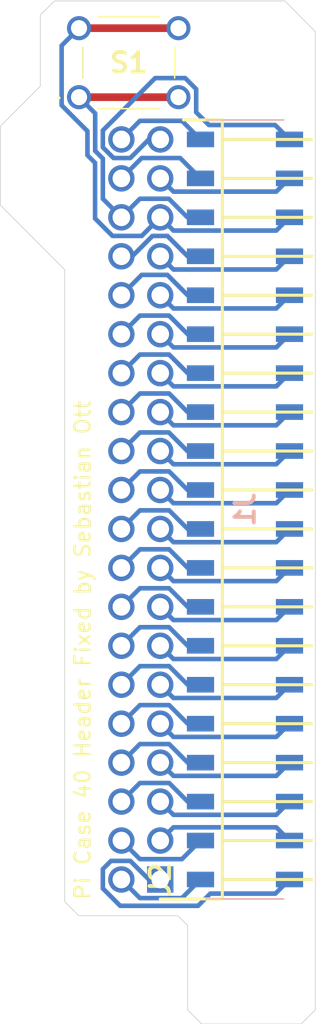
<source format=kicad_pcb>
(kicad_pcb (version 20171130) (host pcbnew "(5.1.9)-1")

  (general
    (thickness 1.6)
    (drawings 19)
    (tracks 169)
    (zones 0)
    (modules 6)
    (nets 41)
  )

  (page A4)
  (layers
    (0 F.Cu signal)
    (31 B.Cu signal)
    (32 B.Adhes user)
    (33 F.Adhes user)
    (34 B.Paste user)
    (35 F.Paste user)
    (36 B.SilkS user)
    (37 F.SilkS user)
    (38 B.Mask user)
    (39 F.Mask user)
    (40 Dwgs.User user hide)
    (41 Cmts.User user)
    (42 Eco1.User user)
    (43 Eco2.User user)
    (44 Edge.Cuts user)
    (45 Margin user)
    (46 B.CrtYd user hide)
    (47 F.CrtYd user hide)
    (48 B.Fab user)
    (49 F.Fab user hide)
  )

  (setup
    (last_trace_width 0.3)
    (trace_clearance 0.2)
    (zone_clearance 0.508)
    (zone_45_only no)
    (trace_min 0.2)
    (via_size 0.8)
    (via_drill 0.4)
    (via_min_size 0.4)
    (via_min_drill 0.3)
    (uvia_size 0.3)
    (uvia_drill 0.1)
    (uvias_allowed no)
    (uvia_min_size 0.2)
    (uvia_min_drill 0.1)
    (edge_width 0.05)
    (segment_width 0.2)
    (pcb_text_width 0.3)
    (pcb_text_size 1.5 1.5)
    (mod_edge_width 0.12)
    (mod_text_size 1 1)
    (mod_text_width 0.15)
    (pad_size 1.524 1.524)
    (pad_drill 0.762)
    (pad_to_mask_clearance 0)
    (aux_axis_origin 0 0)
    (visible_elements 7FFFFFFF)
    (pcbplotparams
      (layerselection 0x010fc_ffffffff)
      (usegerberextensions false)
      (usegerberattributes true)
      (usegerberadvancedattributes true)
      (creategerberjobfile true)
      (excludeedgelayer true)
      (linewidth 0.100000)
      (plotframeref false)
      (viasonmask false)
      (mode 1)
      (useauxorigin false)
      (hpglpennumber 1)
      (hpglpenspeed 20)
      (hpglpendiameter 15.000000)
      (psnegative false)
      (psa4output false)
      (plotreference true)
      (plotvalue true)
      (plotinvisibletext false)
      (padsonsilk false)
      (subtractmaskfromsilk false)
      (outputformat 1)
      (mirror false)
      (drillshape 1)
      (scaleselection 1)
      (outputdirectory ""))
  )

  (net 0 "")
  (net 1 /P4)
  (net 2 /P2)
  (net 3 /P39)
  (net 4 /P40)
  (net 5 /P37)
  (net 6 /P38)
  (net 7 /P35)
  (net 8 /P36)
  (net 9 /P33)
  (net 10 /P34)
  (net 11 /P31)
  (net 12 /P32)
  (net 13 /P29)
  (net 14 /P30)
  (net 15 /P27)
  (net 16 /P28)
  (net 17 /P25)
  (net 18 /P26)
  (net 19 /P23)
  (net 20 /P24)
  (net 21 /P21)
  (net 22 /P22)
  (net 23 /P19)
  (net 24 /P20)
  (net 25 /P17)
  (net 26 /P18)
  (net 27 /P15)
  (net 28 /P16)
  (net 29 /P13)
  (net 30 /P14)
  (net 31 /P11)
  (net 32 /P12)
  (net 33 /P9)
  (net 34 /P10)
  (net 35 /P7)
  (net 36 /P8)
  (net 37 /P6)
  (net 38 /P3)
  (net 39 /P1)
  (net 40 /P5)

  (net_class Default "This is the default net class."
    (clearance 0.2)
    (trace_width 0.3)
    (via_dia 0.8)
    (via_drill 0.4)
    (uvia_dia 0.3)
    (uvia_drill 0.1)
    (add_net /P1)
    (add_net /P10)
    (add_net /P11)
    (add_net /P12)
    (add_net /P13)
    (add_net /P14)
    (add_net /P15)
    (add_net /P16)
    (add_net /P17)
    (add_net /P18)
    (add_net /P19)
    (add_net /P2)
    (add_net /P20)
    (add_net /P21)
    (add_net /P22)
    (add_net /P23)
    (add_net /P24)
    (add_net /P25)
    (add_net /P26)
    (add_net /P27)
    (add_net /P28)
    (add_net /P29)
    (add_net /P3)
    (add_net /P30)
    (add_net /P31)
    (add_net /P32)
    (add_net /P33)
    (add_net /P34)
    (add_net /P35)
    (add_net /P36)
    (add_net /P37)
    (add_net /P38)
    (add_net /P39)
    (add_net /P4)
    (add_net /P40)
    (add_net /P5)
    (add_net /P6)
    (add_net /P7)
    (add_net /P8)
    (add_net /P9)
  )

  (net_class Defold ""
    (clearance 0.2)
    (trace_width 0.25)
    (via_dia 0.8)
    (via_drill 0.4)
    (uvia_dia 0.3)
    (uvia_drill 0.1)
  )

  (module SamacSys_Parts:TL1105GF160Q (layer F.Cu) (tedit 0) (tstamp 5FEF6DDC)
    (at 183.7912 44.7146)
    (descr TL1105GF160Q-1)
    (tags Switch)
    (path /5FEFFDDD)
    (fp_text reference S1 (at 0 0) (layer F.SilkS)
      (effects (font (size 1.27 1.27) (thickness 0.254)))
    )
    (fp_text value TL1105GF160Q (at 0 0) (layer F.SilkS) hide
      (effects (font (size 1.27 1.27) (thickness 0.254)))
    )
    (fp_line (start -4.6 2.3) (end -4.6 2.3) (layer F.SilkS) (width 0.1))
    (fp_line (start -4.5 2.3) (end -4.5 2.3) (layer F.SilkS) (width 0.1))
    (fp_line (start -2 -3) (end 2 -3) (layer F.SilkS) (width 0.1))
    (fp_line (start 3 -1) (end 3 1) (layer F.SilkS) (width 0.1))
    (fp_line (start -2 3) (end 2 3) (layer F.SilkS) (width 0.1))
    (fp_line (start -3 -1) (end -3 1) (layer F.SilkS) (width 0.1))
    (fp_line (start -5.037 4.037) (end -5.037 -4.037) (layer F.CrtYd) (width 0.1))
    (fp_line (start 5.037 4.037) (end -5.037 4.037) (layer F.CrtYd) (width 0.1))
    (fp_line (start 5.037 -4.037) (end 5.037 4.037) (layer F.CrtYd) (width 0.1))
    (fp_line (start -5.037 -4.037) (end 5.037 -4.037) (layer F.CrtYd) (width 0.1))
    (fp_line (start -3 3) (end -3 -3) (layer F.Fab) (width 0.2))
    (fp_line (start 3 3) (end -3 3) (layer F.Fab) (width 0.2))
    (fp_line (start 3 -3) (end 3 3) (layer F.Fab) (width 0.2))
    (fp_line (start -3 -3) (end 3 -3) (layer F.Fab) (width 0.2))
    (fp_text user %R (at 0 0) (layer F.Fab)
      (effects (font (size 1.27 1.27) (thickness 0.254)))
    )
    (fp_arc (start -4.55 2.3) (end -4.5 2.3) (angle -180) (layer F.SilkS) (width 0.1))
    (fp_arc (start -4.55 2.3) (end -4.6 2.3) (angle -180) (layer F.SilkS) (width 0.1))
    (pad 1 thru_hole circle (at -3.25 2.25) (size 1.575 1.575) (drill 1.05) (layers *.Cu *.Mask)
      (net 40 /P5))
    (pad 2 thru_hole circle (at 3.25 2.25) (size 1.575 1.575) (drill 1.05) (layers *.Cu *.Mask)
      (net 40 /P5))
    (pad 3 thru_hole circle (at -3.25 -2.25) (size 1.575 1.575) (drill 1.05) (layers *.Cu *.Mask)
      (net 37 /P6))
    (pad 4 thru_hole circle (at 3.25 -2.25) (size 1.575 1.575) (drill 1.05) (layers *.Cu *.Mask)
      (net 37 /P6))
    (model ${KIPRJMOD}/shapes3D/TL1105GF160Q.stp
      (at (xyz 0 0 0))
      (scale (xyz 1 1 1))
      (rotate (xyz 0 0 0))
    )
  )

  (module Mounting_Holes:MountingHole_3mm (layer F.Cu) (tedit 56D1B4CB) (tstamp 5FEFBE9C)
    (at 178.9 51.85)
    (descr "Mounting Hole 3mm, no annular")
    (tags "mounting hole 3mm no annular")
    (attr virtual)
    (fp_text reference REF** (at 0 -4) (layer F.SilkS) hide
      (effects (font (size 1 1) (thickness 0.15)))
    )
    (fp_text value MountingHole_3mm (at 0 4) (layer F.Fab)
      (effects (font (size 1 1) (thickness 0.15)))
    )
    (fp_circle (center 0 0) (end 3.25 0) (layer F.CrtYd) (width 0.05))
    (fp_circle (center 0 0) (end 3 0) (layer Cmts.User) (width 0.15))
    (fp_text user %R (at 0.3 0) (layer F.Fab)
      (effects (font (size 1 1) (thickness 0.15)))
    )
    (pad 1 np_thru_hole circle (at 0 0) (size 3 3) (drill 3) (layers *.Cu *.Mask))
  )

  (module Mounting_Holes:MountingHole_4.3mm_M4_ISO14580 (layer F.Cu) (tedit 56D1B4CB) (tstamp 5FEFBE56)
    (at 191.4 102.85)
    (descr "Mounting Hole 4.3mm, no annular, M4, ISO14580")
    (tags "mounting hole 4.3mm no annular m4 iso14580")
    (attr virtual)
    (fp_text reference REF** (at 0 -4.5) (layer F.SilkS) hide
      (effects (font (size 1 1) (thickness 0.15)))
    )
    (fp_text value MountingHole_4.3mm_M4_ISO14580 (at 0 4.5) (layer F.Fab)
      (effects (font (size 1 1) (thickness 0.15)))
    )
    (fp_circle (center 0 0) (end 3.75 0) (layer F.CrtYd) (width 0.05))
    (fp_circle (center 0 0) (end 3.5 0) (layer Cmts.User) (width 0.15))
    (fp_text user %R (at 0.3 0) (layer F.Fab)
      (effects (font (size 1 1) (thickness 0.15)))
    )
    (pad 1 np_thru_hole circle (at 0 0) (size 4.3 4.3) (drill 4.3) (layers *.Cu *.Mask))
  )

  (module Mounting_Holes:MountingHole_4.3mm_M4_ISO14580 (layer F.Cu) (tedit 56D1B4CB) (tstamp 5FEFBE49)
    (at 191.4 44.85)
    (descr "Mounting Hole 4.3mm, no annular, M4, ISO14580")
    (tags "mounting hole 4.3mm no annular m4 iso14580")
    (attr virtual)
    (fp_text reference REF** (at 0 -4.5) (layer F.SilkS) hide
      (effects (font (size 1 1) (thickness 0.15)))
    )
    (fp_text value MountingHole_4.3mm_M4_ISO14580 (at 0 4.5) (layer F.Fab)
      (effects (font (size 1 1) (thickness 0.15)))
    )
    (fp_circle (center 0 0) (end 3.75 0) (layer F.CrtYd) (width 0.05))
    (fp_circle (center 0 0) (end 3.5 0) (layer Cmts.User) (width 0.15))
    (fp_text user %R (at 0.3 0) (layer F.Fab)
      (effects (font (size 1 1) (thickness 0.15)))
    )
    (pad 1 np_thru_hole circle (at 0 0) (size 4.3 4.3) (drill 4.3) (layers *.Cu *.Mask))
  )

  (module SamacSys_Parts:HDRRA40W67P254_2X20_5080X254X508P (layer F.Cu) (tedit 0) (tstamp 5FEF6DC3)
    (at 185.85 97.98 270)
    (descr 10129382-940001BLF-)
    (tags Connector)
    (path /5FF0680F)
    (fp_text reference J2 (at 0 0 90) (layer F.SilkS)
      (effects (font (size 1.27 1.27) (thickness 0.254)))
    )
    (fp_text value 10129382-940001BLF (at 0 0 90) (layer F.SilkS) hide
      (effects (font (size 1.27 1.27) (thickness 0.254)))
    )
    (fp_line (start 1.52 3.902) (end -49.78 3.902) (layer F.CrtYd) (width 0.05))
    (fp_line (start -49.78 3.902) (end -49.78 -10.15) (layer F.CrtYd) (width 0.05))
    (fp_line (start -49.78 -10.15) (end 1.52 -10.15) (layer F.CrtYd) (width 0.05))
    (fp_line (start 1.52 -10.15) (end 1.52 3.902) (layer F.CrtYd) (width 0.05))
    (fp_line (start 1.27 -1.52) (end -49.53 -1.52) (layer F.Fab) (width 0.1))
    (fp_line (start -49.53 -1.52) (end -49.53 -4.06) (layer F.Fab) (width 0.1))
    (fp_line (start -49.53 -4.06) (end 1.27 -4.06) (layer F.Fab) (width 0.1))
    (fp_line (start 1.27 -4.06) (end 1.27 -1.52) (layer F.Fab) (width 0.1))
    (fp_line (start 1.27 0) (end 1.27 -4.06) (layer F.SilkS) (width 0.2))
    (fp_line (start 1.27 -4.06) (end -49.53 -4.06) (layer F.SilkS) (width 0.2))
    (fp_line (start -49.53 -4.06) (end -49.53 -1.52) (layer F.SilkS) (width 0.2))
    (fp_line (start 0 -4.06) (end 0 -9.9) (layer F.SilkS) (width 0.2))
    (fp_line (start -2.54 -4.06) (end -2.54 -9.9) (layer F.SilkS) (width 0.2))
    (fp_line (start -5.08 -4.06) (end -5.08 -9.9) (layer F.SilkS) (width 0.2))
    (fp_line (start -7.62 -4.06) (end -7.62 -9.9) (layer F.SilkS) (width 0.2))
    (fp_line (start -10.16 -4.06) (end -10.16 -9.9) (layer F.SilkS) (width 0.2))
    (fp_line (start -12.7 -4.06) (end -12.7 -9.9) (layer F.SilkS) (width 0.2))
    (fp_line (start -15.24 -4.06) (end -15.24 -9.9) (layer F.SilkS) (width 0.2))
    (fp_line (start -17.78 -4.06) (end -17.78 -9.9) (layer F.SilkS) (width 0.2))
    (fp_line (start -20.32 -4.06) (end -20.32 -9.9) (layer F.SilkS) (width 0.2))
    (fp_line (start -22.86 -4.06) (end -22.86 -9.9) (layer F.SilkS) (width 0.2))
    (fp_line (start -25.4 -4.06) (end -25.4 -9.9) (layer F.SilkS) (width 0.2))
    (fp_line (start -27.94 -4.06) (end -27.94 -9.9) (layer F.SilkS) (width 0.2))
    (fp_line (start -30.48 -4.06) (end -30.48 -9.9) (layer F.SilkS) (width 0.2))
    (fp_line (start -33.02 -4.06) (end -33.02 -9.9) (layer F.SilkS) (width 0.2))
    (fp_line (start -35.56 -4.06) (end -35.56 -9.9) (layer F.SilkS) (width 0.2))
    (fp_line (start -38.1 -4.06) (end -38.1 -9.9) (layer F.SilkS) (width 0.2))
    (fp_line (start -40.64 -4.06) (end -40.64 -9.9) (layer F.SilkS) (width 0.2))
    (fp_line (start -43.18 -4.06) (end -43.18 -9.9) (layer F.SilkS) (width 0.2))
    (fp_line (start -45.72 -4.06) (end -45.72 -9.9) (layer F.SilkS) (width 0.2))
    (fp_line (start -48.26 -4.06) (end -48.26 -9.9) (layer F.SilkS) (width 0.2))
    (fp_text user %R (at 2.35 2.97 90) (layer F.Fab)
      (effects (font (size 1.27 1.27) (thickness 0.254)))
    )
    (pad 40 thru_hole circle (at -48.26 2.54 270) (size 1.725 1.725) (drill 1.15) (layers *.Cu *.Mask)
      (net 39 /P1))
    (pad 39 thru_hole circle (at -48.26 0 270) (size 1.725 1.725) (drill 1.15) (layers *.Cu *.Mask)
      (net 2 /P2))
    (pad 38 thru_hole circle (at -45.72 2.54 270) (size 1.725 1.725) (drill 1.15) (layers *.Cu *.Mask)
      (net 38 /P3))
    (pad 37 thru_hole circle (at -45.72 0 270) (size 1.725 1.725) (drill 1.15) (layers *.Cu *.Mask)
      (net 1 /P4))
    (pad 36 thru_hole circle (at -43.18 2.54 270) (size 1.725 1.725) (drill 1.15) (layers *.Cu *.Mask)
      (net 40 /P5))
    (pad 35 thru_hole circle (at -43.18 0 270) (size 1.725 1.725) (drill 1.15) (layers *.Cu *.Mask)
      (net 37 /P6))
    (pad 34 thru_hole circle (at -40.64 2.54 270) (size 1.725 1.725) (drill 1.15) (layers *.Cu *.Mask)
      (net 35 /P7))
    (pad 33 thru_hole circle (at -40.64 0 270) (size 1.725 1.725) (drill 1.15) (layers *.Cu *.Mask)
      (net 36 /P8))
    (pad 32 thru_hole circle (at -38.1 2.54 270) (size 1.725 1.725) (drill 1.15) (layers *.Cu *.Mask)
      (net 33 /P9))
    (pad 31 thru_hole circle (at -38.1 0 270) (size 1.725 1.725) (drill 1.15) (layers *.Cu *.Mask)
      (net 34 /P10))
    (pad 30 thru_hole circle (at -35.56 2.54 270) (size 1.725 1.725) (drill 1.15) (layers *.Cu *.Mask)
      (net 31 /P11))
    (pad 29 thru_hole circle (at -35.56 0 270) (size 1.725 1.725) (drill 1.15) (layers *.Cu *.Mask)
      (net 32 /P12))
    (pad 28 thru_hole circle (at -33.02 2.54 270) (size 1.725 1.725) (drill 1.15) (layers *.Cu *.Mask)
      (net 29 /P13))
    (pad 27 thru_hole circle (at -33.02 0 270) (size 1.725 1.725) (drill 1.15) (layers *.Cu *.Mask)
      (net 30 /P14))
    (pad 26 thru_hole circle (at -30.48 2.54 270) (size 1.725 1.725) (drill 1.15) (layers *.Cu *.Mask)
      (net 27 /P15))
    (pad 25 thru_hole circle (at -30.48 0 270) (size 1.725 1.725) (drill 1.15) (layers *.Cu *.Mask)
      (net 28 /P16))
    (pad 24 thru_hole circle (at -27.94 2.54 270) (size 1.725 1.725) (drill 1.15) (layers *.Cu *.Mask)
      (net 25 /P17))
    (pad 23 thru_hole circle (at -27.94 0 270) (size 1.725 1.725) (drill 1.15) (layers *.Cu *.Mask)
      (net 26 /P18))
    (pad 22 thru_hole circle (at -25.4 2.54 270) (size 1.725 1.725) (drill 1.15) (layers *.Cu *.Mask)
      (net 23 /P19))
    (pad 21 thru_hole circle (at -25.4 0 270) (size 1.725 1.725) (drill 1.15) (layers *.Cu *.Mask)
      (net 24 /P20))
    (pad 20 thru_hole circle (at -22.86 2.54 270) (size 1.725 1.725) (drill 1.15) (layers *.Cu *.Mask)
      (net 21 /P21))
    (pad 19 thru_hole circle (at -22.86 0 270) (size 1.725 1.725) (drill 1.15) (layers *.Cu *.Mask)
      (net 22 /P22))
    (pad 18 thru_hole circle (at -20.32 2.54 270) (size 1.725 1.725) (drill 1.15) (layers *.Cu *.Mask)
      (net 19 /P23))
    (pad 17 thru_hole circle (at -20.32 0 270) (size 1.725 1.725) (drill 1.15) (layers *.Cu *.Mask)
      (net 20 /P24))
    (pad 16 thru_hole circle (at -17.78 2.54 270) (size 1.725 1.725) (drill 1.15) (layers *.Cu *.Mask)
      (net 17 /P25))
    (pad 15 thru_hole circle (at -17.78 0 270) (size 1.725 1.725) (drill 1.15) (layers *.Cu *.Mask)
      (net 18 /P26))
    (pad 14 thru_hole circle (at -15.24 2.54 270) (size 1.725 1.725) (drill 1.15) (layers *.Cu *.Mask)
      (net 15 /P27))
    (pad 13 thru_hole circle (at -15.24 0 270) (size 1.725 1.725) (drill 1.15) (layers *.Cu *.Mask)
      (net 16 /P28))
    (pad 12 thru_hole circle (at -12.7 2.54 270) (size 1.725 1.725) (drill 1.15) (layers *.Cu *.Mask)
      (net 13 /P29))
    (pad 11 thru_hole circle (at -12.7 0 270) (size 1.725 1.725) (drill 1.15) (layers *.Cu *.Mask)
      (net 14 /P30))
    (pad 10 thru_hole circle (at -10.16 2.54 270) (size 1.725 1.725) (drill 1.15) (layers *.Cu *.Mask)
      (net 11 /P31))
    (pad 9 thru_hole circle (at -10.16 0 270) (size 1.725 1.725) (drill 1.15) (layers *.Cu *.Mask)
      (net 12 /P32))
    (pad 8 thru_hole circle (at -7.62 2.54 270) (size 1.725 1.725) (drill 1.15) (layers *.Cu *.Mask)
      (net 9 /P33))
    (pad 7 thru_hole circle (at -7.62 0 270) (size 1.725 1.725) (drill 1.15) (layers *.Cu *.Mask)
      (net 10 /P34))
    (pad 6 thru_hole circle (at -5.08 2.54 270) (size 1.725 1.725) (drill 1.15) (layers *.Cu *.Mask)
      (net 7 /P35))
    (pad 5 thru_hole circle (at -5.08 0 270) (size 1.725 1.725) (drill 1.15) (layers *.Cu *.Mask)
      (net 8 /P36))
    (pad 4 thru_hole circle (at -2.54 2.54 270) (size 1.725 1.725) (drill 1.15) (layers *.Cu *.Mask)
      (net 5 /P37))
    (pad 3 thru_hole circle (at -2.54 0 270) (size 1.725 1.725) (drill 1.15) (layers *.Cu *.Mask)
      (net 6 /P38))
    (pad 2 thru_hole circle (at 0 2.54 270) (size 1.725 1.725) (drill 1.15) (layers *.Cu *.Mask)
      (net 3 /P39))
    (pad 1 thru_hole rect (at 0 0 270) (size 1.725 1.725) (drill 1.15) (layers *.Cu *.Mask)
      (net 4 /P40))
    (model ${KIPRJMOD}/shapes3D/10129382-940001BLF.stp
      (at (xyz 0 0 0))
      (scale (xyz 1 1 1))
      (rotate (xyz 0 0 0))
    )
  )

  (module SamacSys_Parts:M207812045 (layer B.Cu) (tedit 0) (tstamp 5FEF6D77)
    (at 191.39 73.85 270)
    (descr M20-7812045-3)
    (tags Connector)
    (path /5FEF6C79)
    (fp_text reference J1 (at 0 0 270) (layer B.SilkS)
      (effects (font (size 1.27 1.27) (thickness 0.254)) (justify mirror))
    )
    (fp_text value M20-7812045 (at 0 0 270) (layer B.SilkS) hide
      (effects (font (size 1.27 1.27) (thickness 0.254)) (justify mirror))
    )
    (fp_line (start -25.4 2.54) (end 25.4 2.54) (layer B.Fab) (width 0.2))
    (fp_line (start 25.4 2.54) (end 25.4 -2.54) (layer B.Fab) (width 0.2))
    (fp_line (start 25.4 -2.54) (end -25.4 -2.54) (layer B.Fab) (width 0.2))
    (fp_line (start -25.4 -2.54) (end -25.4 2.54) (layer B.Fab) (width 0.2))
    (fp_line (start -26.4 4.8) (end 26.4 4.8) (layer B.CrtYd) (width 0.1))
    (fp_line (start 26.4 4.8) (end 26.4 -4.8) (layer B.CrtYd) (width 0.1))
    (fp_line (start 26.4 -4.8) (end -26.4 -4.8) (layer B.CrtYd) (width 0.1))
    (fp_line (start -26.4 -4.8) (end -26.4 4.8) (layer B.CrtYd) (width 0.1))
    (fp_line (start -25.4 2.54) (end -25.4 -2.54) (layer B.SilkS) (width 0.1))
    (fp_line (start 25.4 2.54) (end 25.4 -2.54) (layer B.SilkS) (width 0.1))
    (fp_text user %R (at 0 0 270) (layer B.Fab)
      (effects (font (size 1.27 1.27) (thickness 0.254)) (justify mirror))
    )
    (pad MH2 np_thru_hole circle (at 22.86 0 270) (size 1.8 0) (drill 1.8) (layers *.Cu *.Mask))
    (pad MH1 np_thru_hole circle (at -22.86 0 270) (size 1.8 0) (drill 1.8) (layers *.Cu *.Mask))
    (pad 80 np_thru_hole circle (at 24.13 1.27 270) (size 1.02 0) (drill 1.02) (layers *.Cu *.Mask))
    (pad 79 np_thru_hole circle (at 24.13 -1.27 270) (size 1.02 0) (drill 1.02) (layers *.Cu *.Mask))
    (pad 78 np_thru_hole circle (at 21.59 1.27 270) (size 1.02 0) (drill 1.02) (layers *.Cu *.Mask))
    (pad 77 np_thru_hole circle (at 21.59 -1.27 270) (size 1.02 0) (drill 1.02) (layers *.Cu *.Mask))
    (pad 76 np_thru_hole circle (at 19.05 1.27 270) (size 1.02 0) (drill 1.02) (layers *.Cu *.Mask))
    (pad 75 np_thru_hole circle (at 19.05 -1.27 270) (size 1.02 0) (drill 1.02) (layers *.Cu *.Mask))
    (pad 74 np_thru_hole circle (at 16.51 1.27 270) (size 1.02 0) (drill 1.02) (layers *.Cu *.Mask))
    (pad 73 np_thru_hole circle (at 16.51 -1.27 270) (size 1.02 0) (drill 1.02) (layers *.Cu *.Mask))
    (pad 72 np_thru_hole circle (at 13.97 1.27 270) (size 1.02 0) (drill 1.02) (layers *.Cu *.Mask))
    (pad 71 np_thru_hole circle (at 13.97 -1.27 270) (size 1.02 0) (drill 1.02) (layers *.Cu *.Mask))
    (pad 70 np_thru_hole circle (at 11.43 1.27 270) (size 1.02 0) (drill 1.02) (layers *.Cu *.Mask))
    (pad 69 np_thru_hole circle (at 11.43 -1.27 270) (size 1.02 0) (drill 1.02) (layers *.Cu *.Mask))
    (pad 68 np_thru_hole circle (at 8.89 1.27 270) (size 1.02 0) (drill 1.02) (layers *.Cu *.Mask))
    (pad 67 np_thru_hole circle (at 8.89 -1.27 270) (size 1.02 0) (drill 1.02) (layers *.Cu *.Mask))
    (pad 66 np_thru_hole circle (at 6.35 1.27 270) (size 1.02 0) (drill 1.02) (layers *.Cu *.Mask))
    (pad 65 np_thru_hole circle (at 6.35 -1.27 270) (size 1.02 0) (drill 1.02) (layers *.Cu *.Mask))
    (pad 64 np_thru_hole circle (at 3.81 1.27 270) (size 1.02 0) (drill 1.02) (layers *.Cu *.Mask))
    (pad 63 np_thru_hole circle (at 3.81 -1.27 270) (size 1.02 0) (drill 1.02) (layers *.Cu *.Mask))
    (pad 62 np_thru_hole circle (at 1.27 1.27 270) (size 1.02 0) (drill 1.02) (layers *.Cu *.Mask))
    (pad 61 np_thru_hole circle (at 1.27 -1.27 270) (size 1.02 0) (drill 1.02) (layers *.Cu *.Mask))
    (pad 60 np_thru_hole circle (at -1.27 1.27 270) (size 1.02 0) (drill 1.02) (layers *.Cu *.Mask))
    (pad 59 np_thru_hole circle (at -1.27 -1.27 270) (size 1.02 0) (drill 1.02) (layers *.Cu *.Mask))
    (pad 58 np_thru_hole circle (at -3.81 1.27 270) (size 1.02 0) (drill 1.02) (layers *.Cu *.Mask))
    (pad 57 np_thru_hole circle (at -3.81 -1.27 270) (size 1.02 0) (drill 1.02) (layers *.Cu *.Mask))
    (pad 56 np_thru_hole circle (at -6.35 1.27 270) (size 1.02 0) (drill 1.02) (layers *.Cu *.Mask))
    (pad 55 np_thru_hole circle (at -6.35 -1.27 270) (size 1.02 0) (drill 1.02) (layers *.Cu *.Mask))
    (pad 54 np_thru_hole circle (at -8.89 1.27 270) (size 1.02 0) (drill 1.02) (layers *.Cu *.Mask))
    (pad 53 np_thru_hole circle (at -8.89 -1.27 270) (size 1.02 0) (drill 1.02) (layers *.Cu *.Mask))
    (pad 52 np_thru_hole circle (at -11.43 1.27 270) (size 1.02 0) (drill 1.02) (layers *.Cu *.Mask))
    (pad 51 np_thru_hole circle (at -11.43 -1.27 270) (size 1.02 0) (drill 1.02) (layers *.Cu *.Mask))
    (pad 50 np_thru_hole circle (at -13.97 1.27 270) (size 1.02 0) (drill 1.02) (layers *.Cu *.Mask))
    (pad 49 np_thru_hole circle (at -13.97 -1.27 270) (size 1.02 0) (drill 1.02) (layers *.Cu *.Mask))
    (pad 48 np_thru_hole circle (at -16.51 1.27 270) (size 1.02 0) (drill 1.02) (layers *.Cu *.Mask))
    (pad 47 np_thru_hole circle (at -16.51 -1.27 270) (size 1.02 0) (drill 1.02) (layers *.Cu *.Mask))
    (pad 46 np_thru_hole circle (at -19.05 1.27 270) (size 1.02 0) (drill 1.02) (layers *.Cu *.Mask))
    (pad 45 np_thru_hole circle (at -19.05 -1.27 270) (size 1.02 0) (drill 1.02) (layers *.Cu *.Mask))
    (pad 44 np_thru_hole circle (at -21.59 1.27 270) (size 1.02 0) (drill 1.02) (layers *.Cu *.Mask))
    (pad 43 np_thru_hole circle (at -21.59 -1.27 270) (size 1.02 0) (drill 1.02) (layers *.Cu *.Mask))
    (pad 42 np_thru_hole circle (at -24.13 1.27 270) (size 1.02 0) (drill 1.02) (layers *.Cu *.Mask))
    (pad 41 np_thru_hole circle (at -24.13 -1.27 270) (size 1.02 0) (drill 1.02) (layers *.Cu *.Mask))
    (pad 40 smd rect (at 24.13 2.91 270) (size 1.02 1.78) (layers B.Cu B.Paste B.Mask)
      (net 3 /P39))
    (pad 39 smd rect (at 24.13 -2.91 270) (size 1.02 1.78) (layers B.Cu B.Paste B.Mask)
      (net 4 /P40))
    (pad 38 smd rect (at 21.59 2.91 270) (size 1.02 1.78) (layers B.Cu B.Paste B.Mask)
      (net 5 /P37))
    (pad 37 smd rect (at 21.59 -2.91 270) (size 1.02 1.78) (layers B.Cu B.Paste B.Mask)
      (net 6 /P38))
    (pad 36 smd rect (at 19.05 2.91 270) (size 1.02 1.78) (layers B.Cu B.Paste B.Mask)
      (net 7 /P35))
    (pad 35 smd rect (at 19.05 -2.91 270) (size 1.02 1.78) (layers B.Cu B.Paste B.Mask)
      (net 8 /P36))
    (pad 34 smd rect (at 16.51 2.91 270) (size 1.02 1.78) (layers B.Cu B.Paste B.Mask)
      (net 9 /P33))
    (pad 33 smd rect (at 16.51 -2.91 270) (size 1.02 1.78) (layers B.Cu B.Paste B.Mask)
      (net 10 /P34))
    (pad 32 smd rect (at 13.97 2.91 270) (size 1.02 1.78) (layers B.Cu B.Paste B.Mask)
      (net 11 /P31))
    (pad 31 smd rect (at 13.97 -2.91 270) (size 1.02 1.78) (layers B.Cu B.Paste B.Mask)
      (net 12 /P32))
    (pad 30 smd rect (at 11.43 2.91 270) (size 1.02 1.78) (layers B.Cu B.Paste B.Mask)
      (net 13 /P29))
    (pad 29 smd rect (at 11.43 -2.91 270) (size 1.02 1.78) (layers B.Cu B.Paste B.Mask)
      (net 14 /P30))
    (pad 28 smd rect (at 8.89 2.91 270) (size 1.02 1.78) (layers B.Cu B.Paste B.Mask)
      (net 15 /P27))
    (pad 27 smd rect (at 8.89 -2.91 270) (size 1.02 1.78) (layers B.Cu B.Paste B.Mask)
      (net 16 /P28))
    (pad 26 smd rect (at 6.35 2.91 270) (size 1.02 1.78) (layers B.Cu B.Paste B.Mask)
      (net 17 /P25))
    (pad 25 smd rect (at 6.35 -2.91 270) (size 1.02 1.78) (layers B.Cu B.Paste B.Mask)
      (net 18 /P26))
    (pad 24 smd rect (at 3.81 2.91 270) (size 1.02 1.78) (layers B.Cu B.Paste B.Mask)
      (net 19 /P23))
    (pad 23 smd rect (at 3.81 -2.91 270) (size 1.02 1.78) (layers B.Cu B.Paste B.Mask)
      (net 20 /P24))
    (pad 22 smd rect (at 1.27 2.91 270) (size 1.02 1.78) (layers B.Cu B.Paste B.Mask)
      (net 21 /P21))
    (pad 21 smd rect (at 1.27 -2.91 270) (size 1.02 1.78) (layers B.Cu B.Paste B.Mask)
      (net 22 /P22))
    (pad 20 smd rect (at -1.27 2.91 270) (size 1.02 1.78) (layers B.Cu B.Paste B.Mask)
      (net 23 /P19))
    (pad 19 smd rect (at -1.27 -2.91 270) (size 1.02 1.78) (layers B.Cu B.Paste B.Mask)
      (net 24 /P20))
    (pad 18 smd rect (at -3.81 2.91 270) (size 1.02 1.78) (layers B.Cu B.Paste B.Mask)
      (net 25 /P17))
    (pad 17 smd rect (at -3.81 -2.91 270) (size 1.02 1.78) (layers B.Cu B.Paste B.Mask)
      (net 26 /P18))
    (pad 16 smd rect (at -6.35 2.91 270) (size 1.02 1.78) (layers B.Cu B.Paste B.Mask)
      (net 27 /P15))
    (pad 15 smd rect (at -6.35 -2.91 270) (size 1.02 1.78) (layers B.Cu B.Paste B.Mask)
      (net 28 /P16))
    (pad 14 smd rect (at -8.89 2.91 270) (size 1.02 1.78) (layers B.Cu B.Paste B.Mask)
      (net 29 /P13))
    (pad 13 smd rect (at -8.89 -2.91 270) (size 1.02 1.78) (layers B.Cu B.Paste B.Mask)
      (net 30 /P14))
    (pad 12 smd rect (at -11.43 2.91 270) (size 1.02 1.78) (layers B.Cu B.Paste B.Mask)
      (net 31 /P11))
    (pad 11 smd rect (at -11.43 -2.91 270) (size 1.02 1.78) (layers B.Cu B.Paste B.Mask)
      (net 32 /P12))
    (pad 10 smd rect (at -13.97 2.91 270) (size 1.02 1.78) (layers B.Cu B.Paste B.Mask)
      (net 33 /P9))
    (pad 9 smd rect (at -13.97 -2.91 270) (size 1.02 1.78) (layers B.Cu B.Paste B.Mask)
      (net 34 /P10))
    (pad 8 smd rect (at -16.51 2.91 270) (size 1.02 1.78) (layers B.Cu B.Paste B.Mask)
      (net 35 /P7))
    (pad 7 smd rect (at -16.51 -2.91 270) (size 1.02 1.78) (layers B.Cu B.Paste B.Mask)
      (net 36 /P8))
    (pad 6 smd rect (at -19.05 2.91 270) (size 1.02 1.78) (layers B.Cu B.Paste B.Mask)
      (net 40 /P5))
    (pad 5 smd rect (at -19.05 -2.91 270) (size 1.02 1.78) (layers B.Cu B.Paste B.Mask)
      (net 37 /P6))
    (pad 4 smd rect (at -21.59 2.91 270) (size 1.02 1.78) (layers B.Cu B.Paste B.Mask)
      (net 38 /P3))
    (pad 3 smd rect (at -21.59 -2.91 270) (size 1.02 1.78) (layers B.Cu B.Paste B.Mask)
      (net 1 /P4))
    (pad 2 smd rect (at -24.13 2.91 270) (size 1.02 1.78) (layers B.Cu B.Paste B.Mask)
      (net 39 /P1))
    (pad 1 smd rect (at -24.13 -2.91 270) (size 1.02 1.78) (layers B.Cu B.Paste B.Mask)
      (net 2 /P2))
    (model ${KIPRJMOD}/shapes3D/M20-7812045.stp
      (at (xyz 0 0 0))
      (scale (xyz 1 1 1))
      (rotate (xyz 0 0 0))
    )
  )

  (gr_text "Pi Case 40 Header Fixed by Sebastian Ott" (at 180.78 83.02 90) (layer F.SilkS)
    (effects (font (size 1 1) (thickness 0.15)))
  )
  (gr_line (start 188.56 107.4) (end 187.64 106.48) (layer Edge.Cuts) (width 0.05) (tstamp 5FEFCABA))
  (gr_line (start 195.07 107.4) (end 195.99 106.48) (layer Edge.Cuts) (width 0.05) (tstamp 5FEFCAAE))
  (gr_line (start 178.01 41.61) (end 178.93 40.69) (layer Edge.Cuts) (width 0.05) (tstamp 5FEFCA4C))
  (gr_line (start 194 40.69) (end 195.99 42.69) (layer Edge.Cuts) (width 0.05) (tstamp 5FEFCA46))
  (gr_line (start 187 100.34) (end 187.64 100.98) (layer Edge.Cuts) (width 0.05) (tstamp 5FEFC9ED))
  (gr_line (start 195.99 106.48) (end 195.99 42.69) (layer Edge.Cuts) (width 0.05) (tstamp 5FEFCA23))
  (gr_line (start 188.56 107.4) (end 195.07 107.4) (layer Edge.Cuts) (width 0.05) (tstamp 5FEFCA20))
  (gr_line (start 187.64 100.98) (end 187.64 106.48) (layer Edge.Cuts) (width 0.05))
  (gr_line (start 180.52 100.34) (end 187 100.34) (layer Edge.Cuts) (width 0.05))
  (gr_line (start 179.6 99.42) (end 180.52 100.34) (layer Edge.Cuts) (width 0.05))
  (gr_line (start 179.6 58.21) (end 179.6 99.42) (layer Edge.Cuts) (width 0.05))
  (gr_line (start 175.4 54.01) (end 179.6 58.21) (layer Edge.Cuts) (width 0.05))
  (gr_line (start 175.4 48.86) (end 175.4 54.01) (layer Edge.Cuts) (width 0.05))
  (gr_line (start 178.01 46.25) (end 175.4 48.86) (layer Edge.Cuts) (width 0.05))
  (gr_line (start 178.01 41.61) (end 178.01 46.25) (layer Edge.Cuts) (width 0.05))
  (gr_line (start 194 40.69) (end 178.93 40.69) (layer Edge.Cuts) (width 0.05))
  (gr_circle (center 191.4 102.84) (end 242.367606 102.84) (layer Dwgs.User) (width 0.02))
  (gr_circle (center 191.39 44.84) (end 204.188644 44.84) (layer Dwgs.User) (width 0.02) (tstamp 5FEFC6F0))

  (segment (start 193.437501 53.122499) (end 194.3 52.26) (width 0.3) (layer B.Cu) (net 1))
  (segment (start 186.712499 53.122499) (end 193.437501 53.122499) (width 0.3) (layer B.Cu) (net 1))
  (segment (start 185.85 52.26) (end 186.712499 53.122499) (width 0.3) (layer B.Cu) (net 1))
  (segment (start 193.36 48.78) (end 194.3 49.72) (width 0.3) (layer B.Cu) (net 2))
  (segment (start 183.892001 50.932501) (end 182.797141 50.932501) (width 0.3) (layer B.Cu) (net 2))
  (segment (start 189.03 48.78) (end 193.36 48.78) (width 0.3) (layer B.Cu) (net 2))
  (segment (start 182.797141 50.932501) (end 182.0975 50.23286) (width 0.3) (layer B.Cu) (net 2))
  (segment (start 188.2 47.95) (end 189.03 48.78) (width 0.3) (layer B.Cu) (net 2))
  (segment (start 188.2 46.439898) (end 188.2 47.95) (width 0.3) (layer B.Cu) (net 2))
  (segment (start 185.515498 45.72) (end 187.480102 45.72) (width 0.3) (layer B.Cu) (net 2))
  (segment (start 182.0975 49.137998) (end 185.515498 45.72) (width 0.3) (layer B.Cu) (net 2))
  (segment (start 182.0975 50.23286) (end 182.0975 49.137998) (width 0.3) (layer B.Cu) (net 2))
  (segment (start 185.85 49.72) (end 185.104502 49.72) (width 0.3) (layer B.Cu) (net 2))
  (segment (start 187.480102 45.72) (end 188.2 46.439898) (width 0.3) (layer B.Cu) (net 2))
  (segment (start 185.104502 49.72) (end 183.892001 50.932501) (width 0.3) (layer B.Cu) (net 2))
  (segment (start 187.267499 99.192501) (end 188.48 97.98) (width 0.3) (layer B.Cu) (net 3))
  (segment (start 184.522501 99.192501) (end 187.267499 99.192501) (width 0.3) (layer B.Cu) (net 3))
  (segment (start 183.31 97.98) (end 184.522501 99.192501) (width 0.3) (layer B.Cu) (net 3))
  (segment (start 189.12 98.9) (end 193.38 98.9) (width 0.3) (layer B.Cu) (net 4))
  (segment (start 188.325 99.695) (end 189.12 98.9) (width 0.3) (layer B.Cu) (net 4))
  (segment (start 183.230498 99.695) (end 188.325 99.695) (width 0.3) (layer B.Cu) (net 4))
  (segment (start 193.38 98.9) (end 194.3 97.98) (width 0.3) (layer B.Cu) (net 4))
  (segment (start 182.097499 97.302501) (end 182.097499 98.562001) (width 0.3) (layer B.Cu) (net 4))
  (segment (start 182.632501 96.767499) (end 182.097499 97.302501) (width 0.3) (layer B.Cu) (net 4))
  (segment (start 183.892001 96.767499) (end 182.632501 96.767499) (width 0.3) (layer B.Cu) (net 4))
  (segment (start 182.097499 98.562001) (end 183.230498 99.695) (width 0.3) (layer B.Cu) (net 4))
  (segment (start 185.104502 97.98) (end 183.892001 96.767499) (width 0.3) (layer B.Cu) (net 4))
  (segment (start 185.85 97.98) (end 185.104502 97.98) (width 0.3) (layer B.Cu) (net 4))
  (segment (start 187.267499 96.652501) (end 188.48 95.44) (width 0.3) (layer B.Cu) (net 5))
  (segment (start 184.522501 96.652501) (end 187.267499 96.652501) (width 0.3) (layer B.Cu) (net 5))
  (segment (start 183.31 95.44) (end 184.522501 96.652501) (width 0.3) (layer B.Cu) (net 5))
  (segment (start 193.437501 94.577501) (end 194.3 95.44) (width 0.3) (layer B.Cu) (net 6))
  (segment (start 186.712499 94.577501) (end 193.437501 94.577501) (width 0.3) (layer B.Cu) (net 6))
  (segment (start 185.85 95.44) (end 186.712499 94.577501) (width 0.3) (layer B.Cu) (net 6))
  (segment (start 187.644502 92.9) (end 188.48 92.9) (width 0.3) (layer B.Cu) (net 7))
  (segment (start 186.432001 91.687499) (end 187.644502 92.9) (width 0.3) (layer B.Cu) (net 7))
  (segment (start 184.522501 91.687499) (end 186.432001 91.687499) (width 0.3) (layer B.Cu) (net 7))
  (segment (start 183.31 92.9) (end 184.522501 91.687499) (width 0.3) (layer B.Cu) (net 7))
  (segment (start 193.437501 93.762499) (end 194.3 92.9) (width 0.3) (layer B.Cu) (net 8))
  (segment (start 186.712499 93.762499) (end 193.437501 93.762499) (width 0.3) (layer B.Cu) (net 8))
  (segment (start 185.85 92.9) (end 186.712499 93.762499) (width 0.3) (layer B.Cu) (net 8))
  (segment (start 187.644502 90.36) (end 188.48 90.36) (width 0.3) (layer B.Cu) (net 9))
  (segment (start 184.522501 89.147499) (end 186.432001 89.147499) (width 0.3) (layer B.Cu) (net 9))
  (segment (start 186.432001 89.147499) (end 187.644502 90.36) (width 0.3) (layer B.Cu) (net 9))
  (segment (start 183.31 90.36) (end 184.522501 89.147499) (width 0.3) (layer B.Cu) (net 9))
  (segment (start 193.437501 91.222499) (end 194.3 90.36) (width 0.3) (layer B.Cu) (net 10))
  (segment (start 186.712499 91.222499) (end 193.437501 91.222499) (width 0.3) (layer B.Cu) (net 10))
  (segment (start 185.85 90.36) (end 186.712499 91.222499) (width 0.3) (layer B.Cu) (net 10))
  (segment (start 187.644502 87.82) (end 188.48 87.82) (width 0.3) (layer B.Cu) (net 11))
  (segment (start 186.432001 86.607499) (end 187.644502 87.82) (width 0.3) (layer B.Cu) (net 11))
  (segment (start 184.522501 86.607499) (end 186.432001 86.607499) (width 0.3) (layer B.Cu) (net 11))
  (segment (start 183.31 87.82) (end 184.522501 86.607499) (width 0.3) (layer B.Cu) (net 11))
  (segment (start 193.437501 88.682499) (end 194.3 87.82) (width 0.3) (layer B.Cu) (net 12))
  (segment (start 186.712499 88.682499) (end 193.437501 88.682499) (width 0.3) (layer B.Cu) (net 12))
  (segment (start 185.85 87.82) (end 186.712499 88.682499) (width 0.3) (layer B.Cu) (net 12))
  (segment (start 187.644502 85.28) (end 188.48 85.28) (width 0.3) (layer B.Cu) (net 13))
  (segment (start 186.432001 84.067499) (end 187.644502 85.28) (width 0.3) (layer B.Cu) (net 13))
  (segment (start 184.522501 84.067499) (end 186.432001 84.067499) (width 0.3) (layer B.Cu) (net 13))
  (segment (start 183.31 85.28) (end 184.522501 84.067499) (width 0.3) (layer B.Cu) (net 13))
  (segment (start 193.437501 86.142499) (end 194.3 85.28) (width 0.3) (layer B.Cu) (net 14))
  (segment (start 186.712499 86.142499) (end 193.437501 86.142499) (width 0.3) (layer B.Cu) (net 14))
  (segment (start 185.85 85.28) (end 186.712499 86.142499) (width 0.3) (layer B.Cu) (net 14))
  (segment (start 187.644502 82.74) (end 188.48 82.74) (width 0.3) (layer B.Cu) (net 15))
  (segment (start 186.432001 81.527499) (end 187.644502 82.74) (width 0.3) (layer B.Cu) (net 15))
  (segment (start 184.522501 81.527499) (end 186.432001 81.527499) (width 0.3) (layer B.Cu) (net 15))
  (segment (start 183.31 82.74) (end 184.522501 81.527499) (width 0.3) (layer B.Cu) (net 15))
  (segment (start 193.437501 83.602499) (end 194.3 82.74) (width 0.3) (layer B.Cu) (net 16))
  (segment (start 186.712499 83.602499) (end 193.437501 83.602499) (width 0.3) (layer B.Cu) (net 16))
  (segment (start 185.85 82.74) (end 186.712499 83.602499) (width 0.3) (layer B.Cu) (net 16))
  (segment (start 187.644502 80.2) (end 188.48 80.2) (width 0.3) (layer B.Cu) (net 17))
  (segment (start 186.432001 78.987499) (end 187.644502 80.2) (width 0.3) (layer B.Cu) (net 17))
  (segment (start 184.522501 78.987499) (end 186.432001 78.987499) (width 0.3) (layer B.Cu) (net 17))
  (segment (start 183.31 80.2) (end 184.522501 78.987499) (width 0.3) (layer B.Cu) (net 17))
  (segment (start 193.437501 81.062499) (end 194.3 80.2) (width 0.3) (layer B.Cu) (net 18))
  (segment (start 186.712499 81.062499) (end 193.437501 81.062499) (width 0.3) (layer B.Cu) (net 18))
  (segment (start 185.85 80.2) (end 186.712499 81.062499) (width 0.3) (layer B.Cu) (net 18))
  (segment (start 187.644502 77.66) (end 188.48 77.66) (width 0.3) (layer B.Cu) (net 19))
  (segment (start 186.432001 76.447499) (end 187.644502 77.66) (width 0.3) (layer B.Cu) (net 19))
  (segment (start 184.522501 76.447499) (end 186.432001 76.447499) (width 0.3) (layer B.Cu) (net 19))
  (segment (start 183.31 77.66) (end 184.522501 76.447499) (width 0.3) (layer B.Cu) (net 19))
  (segment (start 193.437501 78.522499) (end 194.3 77.66) (width 0.3) (layer B.Cu) (net 20))
  (segment (start 186.712499 78.522499) (end 193.437501 78.522499) (width 0.3) (layer B.Cu) (net 20))
  (segment (start 185.85 77.66) (end 186.712499 78.522499) (width 0.3) (layer B.Cu) (net 20))
  (segment (start 187.644502 75.12) (end 188.48 75.12) (width 0.3) (layer B.Cu) (net 21))
  (segment (start 186.432001 73.907499) (end 187.644502 75.12) (width 0.3) (layer B.Cu) (net 21))
  (segment (start 184.522501 73.907499) (end 186.432001 73.907499) (width 0.3) (layer B.Cu) (net 21))
  (segment (start 183.31 75.12) (end 184.522501 73.907499) (width 0.3) (layer B.Cu) (net 21))
  (segment (start 193.437501 75.982499) (end 194.3 75.12) (width 0.3) (layer B.Cu) (net 22))
  (segment (start 186.712499 75.982499) (end 193.437501 75.982499) (width 0.3) (layer B.Cu) (net 22))
  (segment (start 185.85 75.12) (end 186.712499 75.982499) (width 0.3) (layer B.Cu) (net 22))
  (segment (start 187.644502 72.58) (end 188.48 72.58) (width 0.3) (layer B.Cu) (net 23))
  (segment (start 186.432001 71.367499) (end 187.644502 72.58) (width 0.3) (layer B.Cu) (net 23))
  (segment (start 184.522501 71.367499) (end 186.432001 71.367499) (width 0.3) (layer B.Cu) (net 23))
  (segment (start 183.31 72.58) (end 184.522501 71.367499) (width 0.3) (layer B.Cu) (net 23))
  (segment (start 193.437501 73.442499) (end 194.3 72.58) (width 0.3) (layer B.Cu) (net 24))
  (segment (start 186.712499 73.442499) (end 193.437501 73.442499) (width 0.3) (layer B.Cu) (net 24))
  (segment (start 185.85 72.58) (end 186.712499 73.442499) (width 0.3) (layer B.Cu) (net 24))
  (segment (start 187.625002 70.04) (end 188.48 70.04) (width 0.3) (layer B.Cu) (net 25))
  (segment (start 186.412501 68.827499) (end 187.625002 70.04) (width 0.3) (layer B.Cu) (net 25))
  (segment (start 184.522501 68.827499) (end 186.412501 68.827499) (width 0.3) (layer B.Cu) (net 25))
  (segment (start 183.31 70.04) (end 184.522501 68.827499) (width 0.3) (layer B.Cu) (net 25))
  (segment (start 193.437501 70.902499) (end 194.3 70.04) (width 0.3) (layer B.Cu) (net 26))
  (segment (start 186.712499 70.902499) (end 193.437501 70.902499) (width 0.3) (layer B.Cu) (net 26))
  (segment (start 185.85 70.04) (end 186.712499 70.902499) (width 0.3) (layer B.Cu) (net 26))
  (segment (start 187.644502 67.5) (end 188.48 67.5) (width 0.3) (layer B.Cu) (net 27))
  (segment (start 186.432001 66.287499) (end 187.644502 67.5) (width 0.3) (layer B.Cu) (net 27))
  (segment (start 184.522501 66.287499) (end 186.432001 66.287499) (width 0.3) (layer B.Cu) (net 27))
  (segment (start 183.31 67.5) (end 184.522501 66.287499) (width 0.3) (layer B.Cu) (net 27))
  (segment (start 193.437501 68.362499) (end 194.3 67.5) (width 0.3) (layer B.Cu) (net 28))
  (segment (start 186.712499 68.362499) (end 193.437501 68.362499) (width 0.3) (layer B.Cu) (net 28))
  (segment (start 185.85 67.5) (end 186.712499 68.362499) (width 0.3) (layer B.Cu) (net 28))
  (segment (start 187.644502 64.96) (end 188.48 64.96) (width 0.3) (layer B.Cu) (net 29))
  (segment (start 186.432001 63.747499) (end 187.644502 64.96) (width 0.3) (layer B.Cu) (net 29))
  (segment (start 184.522501 63.747499) (end 186.432001 63.747499) (width 0.3) (layer B.Cu) (net 29))
  (segment (start 183.31 64.96) (end 184.522501 63.747499) (width 0.3) (layer B.Cu) (net 29))
  (segment (start 193.437501 65.822499) (end 194.3 64.96) (width 0.3) (layer B.Cu) (net 30))
  (segment (start 186.712499 65.822499) (end 193.437501 65.822499) (width 0.3) (layer B.Cu) (net 30))
  (segment (start 185.85 64.96) (end 186.712499 65.822499) (width 0.3) (layer B.Cu) (net 30))
  (segment (start 187.644502 62.42) (end 188.48 62.42) (width 0.3) (layer B.Cu) (net 31))
  (segment (start 186.432001 61.207499) (end 187.644502 62.42) (width 0.3) (layer B.Cu) (net 31))
  (segment (start 184.522501 61.207499) (end 186.432001 61.207499) (width 0.3) (layer B.Cu) (net 31))
  (segment (start 183.31 62.42) (end 184.522501 61.207499) (width 0.3) (layer B.Cu) (net 31))
  (segment (start 193.437501 63.282499) (end 194.3 62.42) (width 0.3) (layer B.Cu) (net 32))
  (segment (start 186.712499 63.282499) (end 193.437501 63.282499) (width 0.3) (layer B.Cu) (net 32))
  (segment (start 185.85 62.42) (end 186.712499 63.282499) (width 0.3) (layer B.Cu) (net 32))
  (segment (start 187.644502 59.88) (end 188.48 59.88) (width 0.3) (layer B.Cu) (net 33))
  (segment (start 184.637499 58.552501) (end 186.317003 58.552501) (width 0.3) (layer B.Cu) (net 33))
  (segment (start 186.317003 58.552501) (end 187.644502 59.88) (width 0.3) (layer B.Cu) (net 33))
  (segment (start 183.31 59.88) (end 184.637499 58.552501) (width 0.3) (layer B.Cu) (net 33))
  (segment (start 193.437501 60.742499) (end 194.3 59.88) (width 0.3) (layer B.Cu) (net 34))
  (segment (start 186.712499 60.742499) (end 193.437501 60.742499) (width 0.3) (layer B.Cu) (net 34))
  (segment (start 185.85 59.88) (end 186.712499 60.742499) (width 0.3) (layer B.Cu) (net 34))
  (segment (start 186.317003 56.012501) (end 187.644502 57.34) (width 0.3) (layer B.Cu) (net 35))
  (segment (start 184.017122 57.34) (end 185.344621 56.012501) (width 0.3) (layer B.Cu) (net 35))
  (segment (start 183.31 57.34) (end 184.017122 57.34) (width 0.3) (layer B.Cu) (net 35))
  (segment (start 185.344621 56.012501) (end 186.317003 56.012501) (width 0.3) (layer B.Cu) (net 35))
  (segment (start 187.644502 57.34) (end 188.48 57.34) (width 0.3) (layer B.Cu) (net 35))
  (segment (start 193.437501 58.202499) (end 194.3 57.34) (width 0.3) (layer B.Cu) (net 36))
  (segment (start 186.712499 58.202499) (end 193.437501 58.202499) (width 0.3) (layer B.Cu) (net 36))
  (segment (start 185.85 57.34) (end 186.712499 58.202499) (width 0.3) (layer B.Cu) (net 36))
  (segment (start 193.437501 55.662499) (end 194.3 54.8) (width 0.3) (layer B.Cu) (net 37))
  (segment (start 186.712499 55.662499) (end 193.437501 55.662499) (width 0.3) (layer B.Cu) (net 37))
  (segment (start 185.85 54.8) (end 186.712499 55.662499) (width 0.3) (layer B.Cu) (net 37))
  (segment (start 180.5412 42.4646) (end 187.0412 42.4646) (width 0.5) (layer F.Cu) (net 37))
  (segment (start 179.403699 43.602101) (end 180.5412 42.4646) (width 0.3) (layer B.Cu) (net 37))
  (segment (start 179.403699 47.493699) (end 179.403699 43.602101) (width 0.3) (layer B.Cu) (net 37))
  (segment (start 181.09 49.18) (end 179.403699 47.493699) (width 0.3) (layer B.Cu) (net 37))
  (segment (start 181.09 50.75) (end 181.09 49.18) (width 0.3) (layer B.Cu) (net 37))
  (segment (start 181.59 51.25) (end 181.09 50.75) (width 0.3) (layer B.Cu) (net 37))
  (segment (start 182.727999 56.012501) (end 181.59 54.874502) (width 0.3) (layer B.Cu) (net 37))
  (segment (start 184.637499 56.012501) (end 182.727999 56.012501) (width 0.3) (layer B.Cu) (net 37))
  (segment (start 181.59 54.874502) (end 181.59 51.25) (width 0.3) (layer B.Cu) (net 37))
  (segment (start 185.85 54.8) (end 184.637499 56.012501) (width 0.3) (layer B.Cu) (net 37))
  (segment (start 184.637499 50.932501) (end 187.152501 50.932501) (width 0.3) (layer B.Cu) (net 38))
  (segment (start 187.152501 50.932501) (end 188.48 52.26) (width 0.3) (layer B.Cu) (net 38))
  (segment (start 183.31 52.26) (end 184.637499 50.932501) (width 0.3) (layer B.Cu) (net 38))
  (segment (start 187.267499 48.507499) (end 188.48 49.72) (width 0.3) (layer B.Cu) (net 39))
  (segment (start 184.522501 48.507499) (end 187.267499 48.507499) (width 0.3) (layer B.Cu) (net 39))
  (segment (start 183.31 49.72) (end 184.522501 48.507499) (width 0.3) (layer B.Cu) (net 39))
  (segment (start 187.625002 54.8) (end 188.48 54.8) (width 0.3) (layer B.Cu) (net 40))
  (segment (start 186.412501 53.587499) (end 187.625002 54.8) (width 0.3) (layer B.Cu) (net 40))
  (segment (start 184.522501 53.587499) (end 186.412501 53.587499) (width 0.3) (layer B.Cu) (net 40))
  (segment (start 183.31 54.8) (end 184.522501 53.587499) (width 0.3) (layer B.Cu) (net 40))
  (segment (start 180.5412 46.9646) (end 187.0412 46.9646) (width 0.5) (layer F.Cu) (net 40))
  (segment (start 181.59749 50.46749) (end 181.59749 48.02089) (width 0.3) (layer B.Cu) (net 40))
  (segment (start 182.097499 50.967499) (end 181.59749 50.46749) (width 0.3) (layer B.Cu) (net 40))
  (segment (start 182.097499 53.587499) (end 182.097499 50.967499) (width 0.3) (layer B.Cu) (net 40))
  (segment (start 181.59749 48.02089) (end 180.5412 46.9646) (width 0.3) (layer B.Cu) (net 40))
  (segment (start 183.31 54.8) (end 182.097499 53.587499) (width 0.3) (layer B.Cu) (net 40))

)

</source>
